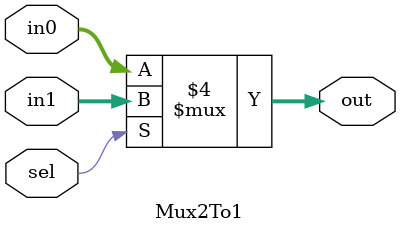
<source format=v>
`timescale 1ns / 1ps


module Mux2To1(out, in0, in1, sel);
    parameter N = 32;
    output reg [N-1:0] out;

    input [N-1:0] in0;
    input [N-1:0] in1;
    input sel;
    
    always @(*) begin
      
        if(sel == 1'b0)
            out <= in0;
        else
            out <= in1;

    end

endmodule

</source>
